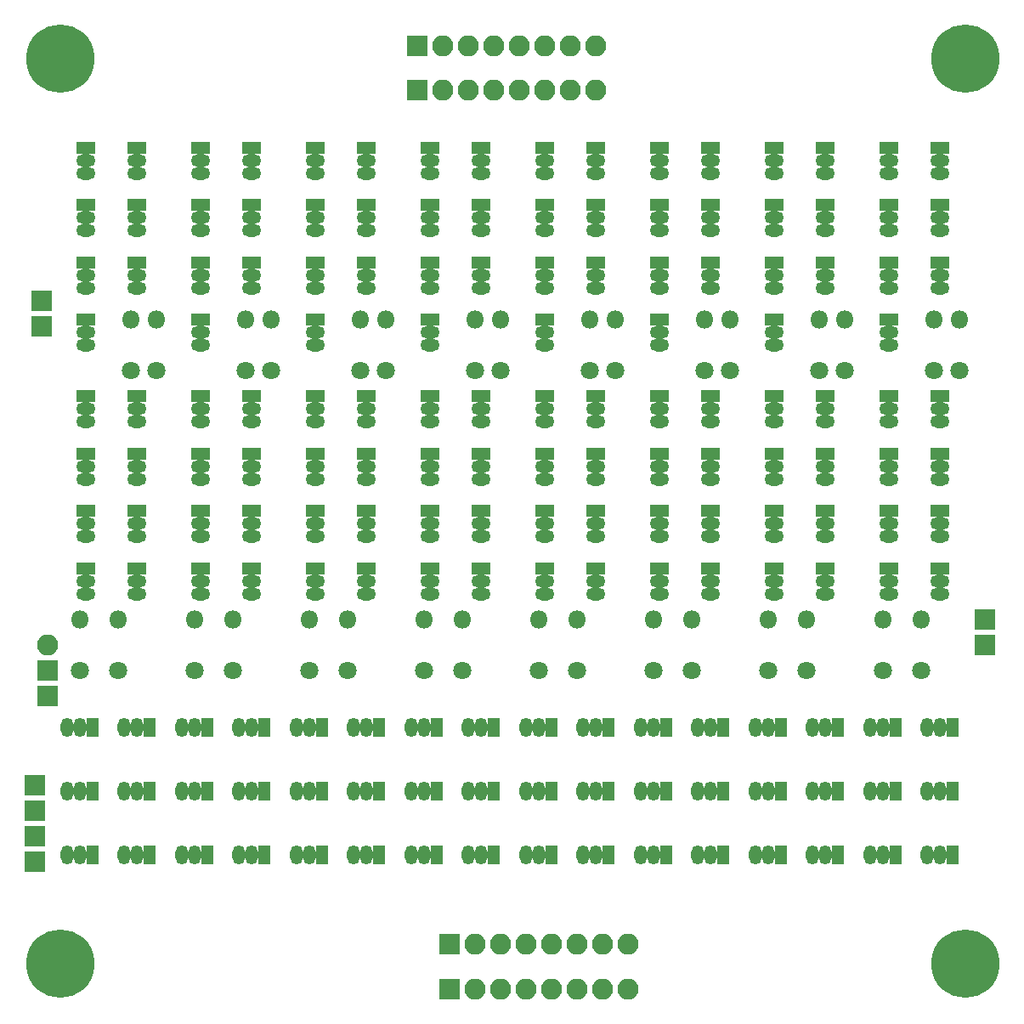
<source format=gbr>
G04 #@! TF.FileFunction,Soldermask,Top*
%FSLAX46Y46*%
G04 Gerber Fmt 4.6, Leading zero omitted, Abs format (unit mm)*
G04 Created by KiCad (PCBNEW 4.0.7-e2-6376~61~ubuntu18.04.1) date Sun Jul 14 08:04:14 2019*
%MOMM*%
%LPD*%
G01*
G04 APERTURE LIST*
%ADD10C,0.100000*%
%ADD11R,2.100000X2.100000*%
%ADD12O,2.100000X2.100000*%
%ADD13O,1.900000X1.300000*%
%ADD14R,1.900000X1.300000*%
%ADD15C,1.800000*%
%ADD16O,1.800000X1.800000*%
%ADD17O,1.300000X1.900000*%
%ADD18R,1.300000X1.900000*%
%ADD19C,6.800000*%
G04 APERTURE END LIST*
D10*
D11*
X45085000Y-81280000D03*
D12*
X45085000Y-78740000D03*
D11*
X81915000Y-19050000D03*
D12*
X84455000Y-19050000D03*
X86995000Y-19050000D03*
X89535000Y-19050000D03*
X92075000Y-19050000D03*
X94615000Y-19050000D03*
X97155000Y-19050000D03*
X99695000Y-19050000D03*
D11*
X81915000Y-23495000D03*
D12*
X84455000Y-23495000D03*
X86995000Y-23495000D03*
X89535000Y-23495000D03*
X92075000Y-23495000D03*
X94615000Y-23495000D03*
X97155000Y-23495000D03*
X99695000Y-23495000D03*
D11*
X44450000Y-46990000D03*
X138430000Y-76200000D03*
X44450000Y-44450000D03*
D13*
X48895000Y-47625000D03*
X48895000Y-48895000D03*
D14*
X48895000Y-46355000D03*
D13*
X53975000Y-36195000D03*
X53975000Y-37465000D03*
D14*
X53975000Y-34925000D03*
D13*
X53975000Y-41910000D03*
X53975000Y-43180000D03*
D14*
X53975000Y-40640000D03*
D13*
X48895000Y-66675000D03*
X48895000Y-67945000D03*
D14*
X48895000Y-65405000D03*
D13*
X53975000Y-72390000D03*
X53975000Y-73660000D03*
D14*
X53975000Y-71120000D03*
D13*
X48895000Y-72390000D03*
X48895000Y-73660000D03*
D14*
X48895000Y-71120000D03*
D13*
X48895000Y-41910000D03*
X48895000Y-43180000D03*
D14*
X48895000Y-40640000D03*
D13*
X53975000Y-30480000D03*
X53975000Y-31750000D03*
D14*
X53975000Y-29210000D03*
D13*
X48895000Y-36195000D03*
X48895000Y-37465000D03*
D14*
X48895000Y-34925000D03*
D13*
X48895000Y-30480000D03*
X48895000Y-31750000D03*
D14*
X48895000Y-29210000D03*
D13*
X48895000Y-60960000D03*
X48895000Y-62230000D03*
D14*
X48895000Y-59690000D03*
D13*
X53975000Y-66675000D03*
X53975000Y-67945000D03*
D14*
X53975000Y-65405000D03*
D13*
X53975000Y-60960000D03*
X53975000Y-62230000D03*
D14*
X53975000Y-59690000D03*
D13*
X53975000Y-55245000D03*
X53975000Y-56515000D03*
D14*
X53975000Y-53975000D03*
D13*
X48895000Y-55245000D03*
X48895000Y-56515000D03*
D14*
X48895000Y-53975000D03*
D13*
X60325000Y-47625000D03*
X60325000Y-48895000D03*
D14*
X60325000Y-46355000D03*
D13*
X65405000Y-36195000D03*
X65405000Y-37465000D03*
D14*
X65405000Y-34925000D03*
D13*
X65405000Y-41910000D03*
X65405000Y-43180000D03*
D14*
X65405000Y-40640000D03*
D13*
X60325000Y-66675000D03*
X60325000Y-67945000D03*
D14*
X60325000Y-65405000D03*
D13*
X65405000Y-72390000D03*
X65405000Y-73660000D03*
D14*
X65405000Y-71120000D03*
D13*
X60325000Y-72390000D03*
X60325000Y-73660000D03*
D14*
X60325000Y-71120000D03*
D13*
X60325000Y-41910000D03*
X60325000Y-43180000D03*
D14*
X60325000Y-40640000D03*
D13*
X65405000Y-30480000D03*
X65405000Y-31750000D03*
D14*
X65405000Y-29210000D03*
D13*
X60325000Y-36195000D03*
X60325000Y-37465000D03*
D14*
X60325000Y-34925000D03*
D13*
X60325000Y-30480000D03*
X60325000Y-31750000D03*
D14*
X60325000Y-29210000D03*
D13*
X60325000Y-60960000D03*
X60325000Y-62230000D03*
D14*
X60325000Y-59690000D03*
D13*
X65405000Y-66675000D03*
X65405000Y-67945000D03*
D14*
X65405000Y-65405000D03*
D13*
X65405000Y-60960000D03*
X65405000Y-62230000D03*
D14*
X65405000Y-59690000D03*
D13*
X65405000Y-55245000D03*
X65405000Y-56515000D03*
D14*
X65405000Y-53975000D03*
D13*
X60325000Y-55245000D03*
X60325000Y-56515000D03*
D14*
X60325000Y-53975000D03*
D13*
X71755000Y-47625000D03*
X71755000Y-48895000D03*
D14*
X71755000Y-46355000D03*
D13*
X76835000Y-36195000D03*
X76835000Y-37465000D03*
D14*
X76835000Y-34925000D03*
D13*
X76835000Y-41910000D03*
X76835000Y-43180000D03*
D14*
X76835000Y-40640000D03*
D13*
X71755000Y-66675000D03*
X71755000Y-67945000D03*
D14*
X71755000Y-65405000D03*
D13*
X76835000Y-72390000D03*
X76835000Y-73660000D03*
D14*
X76835000Y-71120000D03*
D13*
X71755000Y-72390000D03*
X71755000Y-73660000D03*
D14*
X71755000Y-71120000D03*
D13*
X71755000Y-41910000D03*
X71755000Y-43180000D03*
D14*
X71755000Y-40640000D03*
D13*
X76835000Y-30480000D03*
X76835000Y-31750000D03*
D14*
X76835000Y-29210000D03*
D13*
X71755000Y-36195000D03*
X71755000Y-37465000D03*
D14*
X71755000Y-34925000D03*
D13*
X71755000Y-30480000D03*
X71755000Y-31750000D03*
D14*
X71755000Y-29210000D03*
D13*
X71755000Y-60960000D03*
X71755000Y-62230000D03*
D14*
X71755000Y-59690000D03*
D13*
X76835000Y-66675000D03*
X76835000Y-67945000D03*
D14*
X76835000Y-65405000D03*
D13*
X76835000Y-60960000D03*
X76835000Y-62230000D03*
D14*
X76835000Y-59690000D03*
D13*
X76835000Y-55245000D03*
X76835000Y-56515000D03*
D14*
X76835000Y-53975000D03*
D13*
X71755000Y-55245000D03*
X71755000Y-56515000D03*
D14*
X71755000Y-53975000D03*
D13*
X83185000Y-47625000D03*
X83185000Y-48895000D03*
D14*
X83185000Y-46355000D03*
D13*
X88265000Y-36195000D03*
X88265000Y-37465000D03*
D14*
X88265000Y-34925000D03*
D13*
X88265000Y-41910000D03*
X88265000Y-43180000D03*
D14*
X88265000Y-40640000D03*
D13*
X83185000Y-66675000D03*
X83185000Y-67945000D03*
D14*
X83185000Y-65405000D03*
D13*
X88265000Y-72390000D03*
X88265000Y-73660000D03*
D14*
X88265000Y-71120000D03*
D13*
X83185000Y-72390000D03*
X83185000Y-73660000D03*
D14*
X83185000Y-71120000D03*
D13*
X83185000Y-41910000D03*
X83185000Y-43180000D03*
D14*
X83185000Y-40640000D03*
D13*
X88265000Y-30480000D03*
X88265000Y-31750000D03*
D14*
X88265000Y-29210000D03*
D13*
X83185000Y-36195000D03*
X83185000Y-37465000D03*
D14*
X83185000Y-34925000D03*
D13*
X83185000Y-30480000D03*
X83185000Y-31750000D03*
D14*
X83185000Y-29210000D03*
D13*
X83185000Y-60960000D03*
X83185000Y-62230000D03*
D14*
X83185000Y-59690000D03*
D13*
X88265000Y-66675000D03*
X88265000Y-67945000D03*
D14*
X88265000Y-65405000D03*
D13*
X88265000Y-60960000D03*
X88265000Y-62230000D03*
D14*
X88265000Y-59690000D03*
D13*
X88265000Y-55245000D03*
X88265000Y-56515000D03*
D14*
X88265000Y-53975000D03*
D13*
X83185000Y-55245000D03*
X83185000Y-56515000D03*
D14*
X83185000Y-53975000D03*
D13*
X94615000Y-47625000D03*
X94615000Y-48895000D03*
D14*
X94615000Y-46355000D03*
D13*
X99695000Y-36195000D03*
X99695000Y-37465000D03*
D14*
X99695000Y-34925000D03*
D13*
X99695000Y-41910000D03*
X99695000Y-43180000D03*
D14*
X99695000Y-40640000D03*
D13*
X94615000Y-66675000D03*
X94615000Y-67945000D03*
D14*
X94615000Y-65405000D03*
D13*
X99695000Y-72390000D03*
X99695000Y-73660000D03*
D14*
X99695000Y-71120000D03*
D13*
X94615000Y-72390000D03*
X94615000Y-73660000D03*
D14*
X94615000Y-71120000D03*
D13*
X94615000Y-41910000D03*
X94615000Y-43180000D03*
D14*
X94615000Y-40640000D03*
D13*
X99695000Y-30480000D03*
X99695000Y-31750000D03*
D14*
X99695000Y-29210000D03*
D13*
X94615000Y-36195000D03*
X94615000Y-37465000D03*
D14*
X94615000Y-34925000D03*
D13*
X94615000Y-30480000D03*
X94615000Y-31750000D03*
D14*
X94615000Y-29210000D03*
D13*
X94615000Y-60960000D03*
X94615000Y-62230000D03*
D14*
X94615000Y-59690000D03*
D13*
X99695000Y-66675000D03*
X99695000Y-67945000D03*
D14*
X99695000Y-65405000D03*
D13*
X99695000Y-60960000D03*
X99695000Y-62230000D03*
D14*
X99695000Y-59690000D03*
D13*
X99695000Y-55245000D03*
X99695000Y-56515000D03*
D14*
X99695000Y-53975000D03*
D13*
X94615000Y-55245000D03*
X94615000Y-56515000D03*
D14*
X94615000Y-53975000D03*
D13*
X106045000Y-47625000D03*
X106045000Y-48895000D03*
D14*
X106045000Y-46355000D03*
D13*
X111125000Y-36195000D03*
X111125000Y-37465000D03*
D14*
X111125000Y-34925000D03*
D13*
X111125000Y-41910000D03*
X111125000Y-43180000D03*
D14*
X111125000Y-40640000D03*
D13*
X106045000Y-66675000D03*
X106045000Y-67945000D03*
D14*
X106045000Y-65405000D03*
D13*
X111125000Y-72390000D03*
X111125000Y-73660000D03*
D14*
X111125000Y-71120000D03*
D13*
X106045000Y-72390000D03*
X106045000Y-73660000D03*
D14*
X106045000Y-71120000D03*
D13*
X106045000Y-41910000D03*
X106045000Y-43180000D03*
D14*
X106045000Y-40640000D03*
D13*
X111125000Y-30480000D03*
X111125000Y-31750000D03*
D14*
X111125000Y-29210000D03*
D13*
X106045000Y-36195000D03*
X106045000Y-37465000D03*
D14*
X106045000Y-34925000D03*
D13*
X106045000Y-30480000D03*
X106045000Y-31750000D03*
D14*
X106045000Y-29210000D03*
D13*
X106045000Y-60960000D03*
X106045000Y-62230000D03*
D14*
X106045000Y-59690000D03*
D13*
X111125000Y-66675000D03*
X111125000Y-67945000D03*
D14*
X111125000Y-65405000D03*
D13*
X111125000Y-60960000D03*
X111125000Y-62230000D03*
D14*
X111125000Y-59690000D03*
D13*
X111125000Y-55245000D03*
X111125000Y-56515000D03*
D14*
X111125000Y-53975000D03*
D13*
X106045000Y-55245000D03*
X106045000Y-56515000D03*
D14*
X106045000Y-53975000D03*
D13*
X117475000Y-47625000D03*
X117475000Y-48895000D03*
D14*
X117475000Y-46355000D03*
D13*
X122555000Y-36195000D03*
X122555000Y-37465000D03*
D14*
X122555000Y-34925000D03*
D13*
X122555000Y-41910000D03*
X122555000Y-43180000D03*
D14*
X122555000Y-40640000D03*
D13*
X117475000Y-66675000D03*
X117475000Y-67945000D03*
D14*
X117475000Y-65405000D03*
D13*
X122555000Y-72390000D03*
X122555000Y-73660000D03*
D14*
X122555000Y-71120000D03*
D13*
X117475000Y-72390000D03*
X117475000Y-73660000D03*
D14*
X117475000Y-71120000D03*
D13*
X117475000Y-41910000D03*
X117475000Y-43180000D03*
D14*
X117475000Y-40640000D03*
D13*
X122555000Y-30480000D03*
X122555000Y-31750000D03*
D14*
X122555000Y-29210000D03*
D13*
X117475000Y-36195000D03*
X117475000Y-37465000D03*
D14*
X117475000Y-34925000D03*
D13*
X117475000Y-30480000D03*
X117475000Y-31750000D03*
D14*
X117475000Y-29210000D03*
D13*
X117475000Y-60960000D03*
X117475000Y-62230000D03*
D14*
X117475000Y-59690000D03*
D13*
X122555000Y-66675000D03*
X122555000Y-67945000D03*
D14*
X122555000Y-65405000D03*
D13*
X122555000Y-60960000D03*
X122555000Y-62230000D03*
D14*
X122555000Y-59690000D03*
D13*
X122555000Y-55245000D03*
X122555000Y-56515000D03*
D14*
X122555000Y-53975000D03*
D13*
X117475000Y-55245000D03*
X117475000Y-56515000D03*
D14*
X117475000Y-53975000D03*
D13*
X128905000Y-47625000D03*
X128905000Y-48895000D03*
D14*
X128905000Y-46355000D03*
D13*
X133985000Y-36195000D03*
X133985000Y-37465000D03*
D14*
X133985000Y-34925000D03*
D13*
X133985000Y-41910000D03*
X133985000Y-43180000D03*
D14*
X133985000Y-40640000D03*
D13*
X128905000Y-66675000D03*
X128905000Y-67945000D03*
D14*
X128905000Y-65405000D03*
D13*
X133985000Y-72390000D03*
X133985000Y-73660000D03*
D14*
X133985000Y-71120000D03*
D13*
X128905000Y-72390000D03*
X128905000Y-73660000D03*
D14*
X128905000Y-71120000D03*
D13*
X128905000Y-41910000D03*
X128905000Y-43180000D03*
D14*
X128905000Y-40640000D03*
D13*
X133985000Y-30480000D03*
X133985000Y-31750000D03*
D14*
X133985000Y-29210000D03*
D13*
X128905000Y-36195000D03*
X128905000Y-37465000D03*
D14*
X128905000Y-34925000D03*
D13*
X128905000Y-30480000D03*
X128905000Y-31750000D03*
D14*
X128905000Y-29210000D03*
D13*
X128905000Y-60960000D03*
X128905000Y-62230000D03*
D14*
X128905000Y-59690000D03*
D13*
X133985000Y-66675000D03*
X133985000Y-67945000D03*
D14*
X133985000Y-65405000D03*
D13*
X133985000Y-60960000D03*
X133985000Y-62230000D03*
D14*
X133985000Y-59690000D03*
D13*
X133985000Y-55245000D03*
X133985000Y-56515000D03*
D14*
X133985000Y-53975000D03*
D13*
X128905000Y-55245000D03*
X128905000Y-56515000D03*
D14*
X128905000Y-53975000D03*
D15*
X53340000Y-51435000D03*
D16*
X53340000Y-46355000D03*
D15*
X55880000Y-51435000D03*
D16*
X55880000Y-46355000D03*
D15*
X52070000Y-81280000D03*
D16*
X52070000Y-76200000D03*
D15*
X48260000Y-81280000D03*
D16*
X48260000Y-76200000D03*
D15*
X64770000Y-51435000D03*
D16*
X64770000Y-46355000D03*
D15*
X67310000Y-51435000D03*
D16*
X67310000Y-46355000D03*
D15*
X63500000Y-81280000D03*
D16*
X63500000Y-76200000D03*
D15*
X59690000Y-81280000D03*
D16*
X59690000Y-76200000D03*
D15*
X76200000Y-51435000D03*
D16*
X76200000Y-46355000D03*
D15*
X78740000Y-51435000D03*
D16*
X78740000Y-46355000D03*
D15*
X74930000Y-81280000D03*
D16*
X74930000Y-76200000D03*
D15*
X71120000Y-81280000D03*
D16*
X71120000Y-76200000D03*
D15*
X87630000Y-51435000D03*
D16*
X87630000Y-46355000D03*
D15*
X90170000Y-51435000D03*
D16*
X90170000Y-46355000D03*
D15*
X86360000Y-81280000D03*
D16*
X86360000Y-76200000D03*
D15*
X82550000Y-81280000D03*
D16*
X82550000Y-76200000D03*
D15*
X99060000Y-51435000D03*
D16*
X99060000Y-46355000D03*
D15*
X101600000Y-51435000D03*
D16*
X101600000Y-46355000D03*
D15*
X97790000Y-81280000D03*
D16*
X97790000Y-76200000D03*
D15*
X93980000Y-81280000D03*
D16*
X93980000Y-76200000D03*
D15*
X110490000Y-51435000D03*
D16*
X110490000Y-46355000D03*
D15*
X113030000Y-51435000D03*
D16*
X113030000Y-46355000D03*
D15*
X109220000Y-81280000D03*
D16*
X109220000Y-76200000D03*
D15*
X105410000Y-81280000D03*
D16*
X105410000Y-76200000D03*
D15*
X121920000Y-51435000D03*
D16*
X121920000Y-46355000D03*
D15*
X124460000Y-51435000D03*
D16*
X124460000Y-46355000D03*
D15*
X120650000Y-81280000D03*
D16*
X120650000Y-76200000D03*
D15*
X116840000Y-81280000D03*
D16*
X116840000Y-76200000D03*
D15*
X133350000Y-51435000D03*
D16*
X133350000Y-46355000D03*
D15*
X135890000Y-51435000D03*
D16*
X135890000Y-46355000D03*
D15*
X132080000Y-81280000D03*
D16*
X132080000Y-76200000D03*
D15*
X128270000Y-81280000D03*
D16*
X128270000Y-76200000D03*
D11*
X45085000Y-83820000D03*
X138430000Y-78740000D03*
X43815000Y-100330000D03*
X43815000Y-97790000D03*
X43815000Y-92710000D03*
X43815000Y-95250000D03*
X85090000Y-108585000D03*
D12*
X87630000Y-108585000D03*
X90170000Y-108585000D03*
X92710000Y-108585000D03*
X95250000Y-108585000D03*
X97790000Y-108585000D03*
X100330000Y-108585000D03*
X102870000Y-108585000D03*
D17*
X48260000Y-99695000D03*
X46990000Y-99695000D03*
D18*
X49530000Y-99695000D03*
D17*
X48260000Y-93345000D03*
X46990000Y-93345000D03*
D18*
X49530000Y-93345000D03*
D17*
X48260000Y-86995000D03*
X46990000Y-86995000D03*
D18*
X49530000Y-86995000D03*
D17*
X53975000Y-99695000D03*
X52705000Y-99695000D03*
D18*
X55245000Y-99695000D03*
D17*
X53975000Y-93345000D03*
X52705000Y-93345000D03*
D18*
X55245000Y-93345000D03*
D17*
X53975000Y-86995000D03*
X52705000Y-86995000D03*
D18*
X55245000Y-86995000D03*
D17*
X59690000Y-99695000D03*
X58420000Y-99695000D03*
D18*
X60960000Y-99695000D03*
D17*
X59690000Y-93345000D03*
X58420000Y-93345000D03*
D18*
X60960000Y-93345000D03*
D17*
X59690000Y-86995000D03*
X58420000Y-86995000D03*
D18*
X60960000Y-86995000D03*
D17*
X65405000Y-99695000D03*
X64135000Y-99695000D03*
D18*
X66675000Y-99695000D03*
D17*
X65405000Y-93345000D03*
X64135000Y-93345000D03*
D18*
X66675000Y-93345000D03*
D17*
X65405000Y-86995000D03*
X64135000Y-86995000D03*
D18*
X66675000Y-86995000D03*
D17*
X71120000Y-99695000D03*
X69850000Y-99695000D03*
D18*
X72390000Y-99695000D03*
D17*
X71120000Y-93345000D03*
X69850000Y-93345000D03*
D18*
X72390000Y-93345000D03*
D17*
X71120000Y-86995000D03*
X69850000Y-86995000D03*
D18*
X72390000Y-86995000D03*
D17*
X76835000Y-99695000D03*
X75565000Y-99695000D03*
D18*
X78105000Y-99695000D03*
D17*
X76835000Y-93345000D03*
X75565000Y-93345000D03*
D18*
X78105000Y-93345000D03*
D17*
X76835000Y-86995000D03*
X75565000Y-86995000D03*
D18*
X78105000Y-86995000D03*
D17*
X82550000Y-99695000D03*
X81280000Y-99695000D03*
D18*
X83820000Y-99695000D03*
D17*
X82550000Y-93345000D03*
X81280000Y-93345000D03*
D18*
X83820000Y-93345000D03*
D17*
X82550000Y-86995000D03*
X81280000Y-86995000D03*
D18*
X83820000Y-86995000D03*
D17*
X88265000Y-99695000D03*
X86995000Y-99695000D03*
D18*
X89535000Y-99695000D03*
D17*
X88265000Y-93345000D03*
X86995000Y-93345000D03*
D18*
X89535000Y-93345000D03*
D17*
X88265000Y-86995000D03*
X86995000Y-86995000D03*
D18*
X89535000Y-86995000D03*
D17*
X93980000Y-99695000D03*
X92710000Y-99695000D03*
D18*
X95250000Y-99695000D03*
D17*
X93980000Y-93345000D03*
X92710000Y-93345000D03*
D18*
X95250000Y-93345000D03*
D17*
X93980000Y-86995000D03*
X92710000Y-86995000D03*
D18*
X95250000Y-86995000D03*
D17*
X99695000Y-99695000D03*
X98425000Y-99695000D03*
D18*
X100965000Y-99695000D03*
D17*
X99695000Y-93345000D03*
X98425000Y-93345000D03*
D18*
X100965000Y-93345000D03*
D17*
X99695000Y-86995000D03*
X98425000Y-86995000D03*
D18*
X100965000Y-86995000D03*
D17*
X105410000Y-99695000D03*
X104140000Y-99695000D03*
D18*
X106680000Y-99695000D03*
D17*
X105410000Y-93345000D03*
X104140000Y-93345000D03*
D18*
X106680000Y-93345000D03*
D17*
X105410000Y-86995000D03*
X104140000Y-86995000D03*
D18*
X106680000Y-86995000D03*
D17*
X111125000Y-99695000D03*
X109855000Y-99695000D03*
D18*
X112395000Y-99695000D03*
D17*
X111125000Y-93345000D03*
X109855000Y-93345000D03*
D18*
X112395000Y-93345000D03*
D17*
X111125000Y-86995000D03*
X109855000Y-86995000D03*
D18*
X112395000Y-86995000D03*
D17*
X116840000Y-99695000D03*
X115570000Y-99695000D03*
D18*
X118110000Y-99695000D03*
D17*
X116840000Y-93345000D03*
X115570000Y-93345000D03*
D18*
X118110000Y-93345000D03*
D17*
X116840000Y-86995000D03*
X115570000Y-86995000D03*
D18*
X118110000Y-86995000D03*
D17*
X122555000Y-99695000D03*
X121285000Y-99695000D03*
D18*
X123825000Y-99695000D03*
D17*
X122555000Y-93345000D03*
X121285000Y-93345000D03*
D18*
X123825000Y-93345000D03*
D17*
X122555000Y-86995000D03*
X121285000Y-86995000D03*
D18*
X123825000Y-86995000D03*
D17*
X128270000Y-99695000D03*
X127000000Y-99695000D03*
D18*
X129540000Y-99695000D03*
D17*
X128270000Y-93345000D03*
X127000000Y-93345000D03*
D18*
X129540000Y-93345000D03*
D17*
X128270000Y-86995000D03*
X127000000Y-86995000D03*
D18*
X129540000Y-86995000D03*
D17*
X133985000Y-99695000D03*
X132715000Y-99695000D03*
D18*
X135255000Y-99695000D03*
D17*
X133985000Y-93345000D03*
X132715000Y-93345000D03*
D18*
X135255000Y-93345000D03*
D17*
X133985000Y-86995000D03*
X132715000Y-86995000D03*
D18*
X135255000Y-86995000D03*
D19*
X46355000Y-20320000D03*
X136525000Y-20320000D03*
X46355000Y-110490000D03*
X136525000Y-110490000D03*
D11*
X85090000Y-113030000D03*
D12*
X87630000Y-113030000D03*
X90170000Y-113030000D03*
X92710000Y-113030000D03*
X95250000Y-113030000D03*
X97790000Y-113030000D03*
X100330000Y-113030000D03*
X102870000Y-113030000D03*
M02*

</source>
